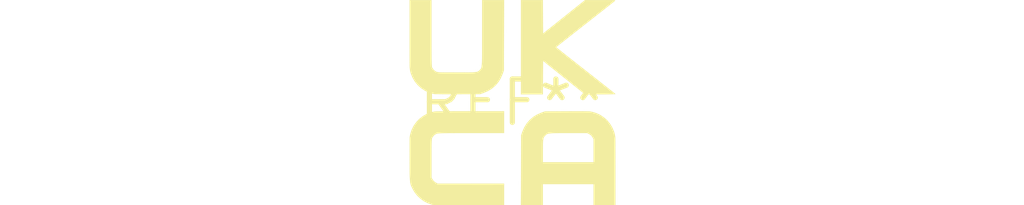
<source format=kicad_pcb>
(kicad_pcb (version 20240108) (generator pcbnew)
  (layers (0 "F.Cu" signal) (31 "B.Cu" signal) (34 "B.Paste" user) (35 "F.Paste" user) (36 "B.SilkS" user "B.Silkscreen") (37 "F.SilkS" user "F.Silkscreen") (38 "B.Mask" user) (39 "F.Mask" user) (44 "Edge.Cuts" user))
  (net 0 "")
  (footprint "UKCA-Logo_6x6mm_SilkScreen" (layer "F.Cu") (at 0 0)
    (property "Reference" "REF**")
    (property "Value" "UKCA-Logo_6x6mm_SilkScreen")
    (fp_poly (pts (xy 0.891541 -2.504019) (xy 0.894292 -2.012954) (xy 2.121958 -2.995072) (xy 2.56608 -2.995078) (xy 2.675664 -2.995002) (xy 2.765799 -2.994732) (xy 2.838199 -2.994208) (xy 2.894581 -2.99337) (xy 2.936662 -2.992157) (xy 2.966158 -2.990511) (xy 2.984784 -2.98837) (xy 2.994258 -2.985676) (xy 2.996294 -2.982367) (xy 2.994705 -2.980106) (xy 2.984385 -2.971616) (xy 2.958539 -2.950954) (xy 2.918296 -2.91901) (xy 2.864785 -2.876674) (xy 2.799135 -2.824836) (xy 2.722476 -2.764386) (xy 2.635936 -2.696215) (xy 2.540645 -2.621211) (xy 2.437732 -2.540266) (xy 2.328326 -2.45427) (xy 2.213557 -2.364112) (xy 2.12725 -2.296347) (xy 2.009597 -2.203942) (xy 1.896711 -2.115186) (xy 1.7897 -2.030956) (xy 1.689669 -1.952127) (xy 1.597726 -1.879573) (xy 1.514977 -1.814171) (xy 1.442528 -1.756795) (xy 1.381486 -1.70832) (xy 1.332959 -1.669622) (xy 1.298051 -1.641576) (xy 1.277871 -1.625057) (xy 1.273067 -1.620762) (xy 1.28091 -1.613435) (xy 1.304329 -1.593933) (xy 1.342232 -1.563122) (xy 1.393526 -1.521873) (xy 1.457119 -1.471053) (xy 1.531917 -1.41153) (xy 1.616828 -1.344173) (xy 1.710759 -1.26985) (xy 1.812618 -1.189431) (xy 1.921311 -1.103782) (xy 2.035746 -1.013772) (xy 2.133963 -0.936643) (xy 2.252463 -0.843614) (xy 2.366248 -0.754211) (xy 2.474213 -0.669306) (xy 2.575254 -0.589771) (xy 2.668267 -0.516477) (xy 2.752149 -0.450296) (xy 2.825795 -0.3921) (xy 2.888101 -0.342759) (xy 2.937964 -0.303146) (xy 2.974279 -0.274132) (xy 2.995942 -0.256588) (xy 3.001999 -0.251372) (xy 2.992854 -0.249676) (xy 2.964702 -0.248104) (xy 2.9197 -0.246694) (xy 2.86001 -0.245487) (xy 2.787788 -0.244522) (xy 2.705195 -0.243837) (xy 2.614389 -0.243473) (xy 2.564437 -0.243422) (xy 2.121958 -0.243428) (xy 0.894292 -1.225546) (xy 0.891541 -0.734482) (xy 0.888791 -0.243417) (xy 0.254 -0.243417) (xy 0.254 -2.995083) (xy 0.888791 -2.995083) (xy 0.891541 -2.504019)) (layer "F.SilkS") (stroke (width 0.01)) (fill solid))
    (fp_poly (pts (xy 2.024172 0.255391) (xy 2.092421 0.255986) (xy 2.148341 0.256965) (xy 2.193701 0.258363) (xy 2.230268 0.260213) (xy 2.259809 0.26255) (xy 2.284092 0.265407) (xy 2.304884 0.268819) (xy 2.310971 0.270009) (xy 2.438972 0.306421) (xy 2.558168 0.361166) (xy 2.666931 0.432665) (xy 2.763634 0.519338) (xy 2.846648 0.619607) (xy 2.914346 0.731891) (xy 2.9651 0.854613) (xy 2.984647 0.923651) (xy 2.988163 0.93901) (xy 2.991262 0.954846) (xy 2.993969 0.972534) (xy 2.996311 0.993444) (xy 2.998315 1.018951) (xy 3.000006 1.050427) (xy 3.001412 1.089244) (xy 3.002559 1.136776) (xy 3.003473 1.194394) (xy 3.004182 1.263472) (xy 3.004711 1.345382) (xy 3.005087 1.441497) (xy 3.005336 1.553189) (xy 3.005486 1.681832) (xy 3.005562 1.828798) (xy 3.005591 1.995459) (xy 3.005592 2.008187) (xy 3.005667 3.005667) (xy 2.370667 3.005667) (xy 2.370667 2.38125) (xy 0.889 2.38125) (xy 0.889 3.005667) (xy 0.253395 3.005667) (xy 0.256343 1.981729) (xy 0.257998 1.406964) (xy 0.889 1.406964) (xy 0.889 1.74625) (xy 2.370667 1.74625) (xy 2.370667 1.062688) (xy 2.336271 1.005408) (xy 2.307253 0.964459) (xy 2.273939 0.935437) (xy 2.245104 0.918564) (xy 2.188333 0.889) (xy 1.63127 0.889232) (xy 1.503185 0.889284) (xy 1.394469 0.889456) (xy 1.303326 0.889949) (xy 1.22796 0.890964) (xy 1.166573 0.892699) (xy 1.11737 0.895355) (xy 1.078552 0.899132) (xy 1.048325 0.904229) (xy 1.02489 0.910848) (xy 1.006451 0.919188) (xy 0.991212 0.929448) (xy 0.977376 0.941829) (xy 0.963146 0.956532) (xy 0.955682 0.964437) (xy 0.938112 0.98359) (xy 0.923934 1.001809) (xy 0.912784 1.021537) (xy 0.904299 1.045214) (xy 0.898115 1.075284) (xy 0.893869 1.114186) (xy 0.891198 1.164364) (xy 0.889738 1.228258) (xy 0.889127 1.308311) (xy 0.889 1.406964) (xy 0.257998 1.406964) (xy 0.259292 0.957792) (xy 0.294131 0.85725) (xy 0.349669 0.727462) (xy 0.42137 0.611181) (xy 0.508569 0.509069) (xy 0.610603 0.42179) (xy 0.726812 0.350006) (xy 0.85653 0.29438) (xy 0.85725 0.294131) (xy 0.957792 0.259292) (xy 1.592546 0.256173) (xy 1.727782 0.255571) (xy 1.84362 0.255218) (xy 1.941827 0.255146) (xy 2.024172 0.255391)) (layer "F.SilkS") (stroke (width 0.01)) (fill solid))
    (fp_poly (pts (xy -2.360083 -2.026287) (xy -2.360077 -1.861227) (xy -2.360037 -1.715999) (xy -2.359935 -1.589267) (xy -2.359742 -1.479698) (xy -2.359428 -1.385956) (xy -2.358965 -1.306705) (xy -2.358324 -1.240613) (xy -2.357475 -1.186342) (xy -2.356389 -1.142559) (xy -2.355037 -1.107929) (xy -2.35339 -1.081116) (xy -2.35142 -1.060786) (xy -2.349096 -1.045604) (xy -2.34639 -1.034235) (xy -2.343272 -1.025345) (xy -2.339714 -1.017597) (xy -2.33802 -1.014242) (xy -2.297479 -0.955355) (xy -2.242928 -0.911783) (xy -2.217208 -0.898382) (xy -2.20669 -0.894057) (xy -2.194281 -0.890421) (xy -2.178167 -0.887413) (xy -2.156533 -0.884976) (xy -2.127562 -0.883049) (xy -2.08944 -0.881573) (xy -2.040353 -0.88049) (xy -1.978484 -0.87974) (xy -1.902019 -0.879264) (xy -1.809143 -0.879002) (xy -1.698039 -0.878895) (xy -1.61925 -0.878882) (xy -1.491331 -0.87888) (xy -1.382779 -0.879008) (xy -1.291795 -0.879466) (xy -1.216579 -0.880454) (xy -1.155332 -0.882172) (xy -1.106255 -0.88482) (xy -1.067548 -0.888599) (xy -1.037411 -0.893708) (xy -1.014047 -0.900347) (xy -0.995654 -0.908717) (xy -0.980434 -0.919019) (xy -0.966587 -0.93145) (xy -0.952314 -0.946213) (xy -0.945099 -0.953854) (xy -0.93395 -0.965291) (xy -0.924116 -0.975544) (xy -0.915513 -0.985941) (xy -0.90806 -0.99781) (xy -0.901674 -1.012478) (xy -0.896273 -1.031274) (xy -0.891776 -1.055525) (xy -0.8881 -1.08656) (xy -0.885162 -1.125706) (xy -0.882881 -1.174291) (xy -0.881175 -1.233644) (xy -0.879961 -1.305091) (xy -0.879157 -1.389962) (xy -0.878681 -1.489584) (xy -0.878452 -1.605285) (xy -0.878385 -1.738393) (xy -0.878401 -1.890235) (xy -0.878417 -2.03166) (xy -0.878417 -2.995083) (xy -0.242812 -2.995083) (xy -0.24576 -1.971146) (xy -0.248708 -0.947208) (xy -0.283645 -0.846667) (xy -0.339297 -0.716128) (xy -0.41042 -0.600014) (xy -0.496788 -0.498552) (xy -0.598174 -0.411968) (xy -0.71435 -0.34049) (xy -0.845089 -0.284344) (xy -0.846888 -0.283715) (xy -0.947208 -0.248708) (xy -1.592792 -0.246674) (xy -1.732311 -0.24632) (xy -1.852259 -0.24622) (xy -1.954228 -0.246404) (xy -2.039814 -0.2469) (xy -2.110608 -0.247737) (xy -2.168206 -0.248944) (xy -2.2142 -0.25055) (xy -2.250186 -0.252583) (xy -2.277755 -0.255071) (xy -2.298502 -0.258045) (xy -2.305984 -0.259537) (xy -2.435304 -0.298477) (xy -2.555221 -0.355435) (xy -2.664154 -0.428867) (xy -2.760525 -0.517228) (xy -2.842755 -0.618975) (xy -2.909266 -0.732561) (xy -2.958477 -0.856444) (xy -2.974064 -0.913068) (xy -2.97758 -0.928427) (xy -2.980679 -0.944263) (xy -2.983386 -0.961951) (xy -2.985728 -0.982861) (xy -2.987732 -1.008368) (xy -2.989423 -1.039844) (xy -2.990829 -1.078661) (xy -2.991976 -1.126193) (xy -2.99289 -1.183811) (xy -2.993599 -1.252889) (xy -2.994128 -1.334799) (xy -2.994504 -1.430914) (xy -2.994753 -1.542606) (xy -2.994903 -1.671249) (xy -2.994979 -1.818215) (xy -2.995008 -1.984876) (xy -2.995009 -1.997604) (xy -2.995083 -2.995083) (xy -2.360083 -2.995083) (xy -2.360083 -2.026287)) (layer "F.SilkS") (stroke (width 0.01)) (fill solid))
    (fp_poly (pts (xy -0.243417 0.889) (xy -1.209146 0.889232) (xy -1.374377 0.889289) (xy -1.519775 0.889391) (xy -1.646675 0.889565) (xy -1.75641 0.889838) (xy -1.850314 0.890234) (xy -1.929722 0.890781) (xy -1.995967 0.891504) (xy -2.050383 0.89243) (xy -2.094304 0.893584) (xy -2.129064 0.894993) (xy -2.155998 0.896683) (xy -2.176438 0.89868) (xy -2.19172 0.90101) (xy -2.203177 0.9037) (xy -2.212143 0.906774) (xy -2.217208 0.908965) (xy -2.277909 0.94717) (xy -2.32365 0.99978) (xy -2.33802 1.024825) (xy -2.342857 1.034846) (xy -2.34693 1.045565) (xy -2.350304 1.058788) (xy -2.353045 1.076321) (xy -2.355216 1.099969) (xy -2.356885 1.131539) (xy -2.358116 1.172837) (xy -2.358974 1.225668) (xy -2.359526 1.291839) (xy -2.359835 1.373155) (xy -2.359968 1.471422) (xy -2.35999 1.588446) (xy -2.359984 1.632057) (xy -2.359885 2.196042) (xy -2.328098 2.251468) (xy -2.295506 2.296957) (xy -2.253777 2.330918) (xy -2.240885 2.338681) (xy -2.185458 2.370468) (xy -1.214438 2.370567) (xy -0.243417 2.370667) (xy -0.243417 3.005667) (xy -1.246188 3.0049) (xy -1.414806 3.004757) (xy -1.563622 3.004581) (xy -1.694002 3.004347) (xy -1.807312 3.004027) (xy -1.904915 3.003595) (xy -1.988178 3.003022) (xy -2.058465 3.002283) (xy -2.117142 3.001349) (xy -2.165573 3.000194) (xy -2.205125 2.998792) (xy -2.237162 2.997114) (xy -2.26305 2.995134) (xy -2.284153 2.992824) (xy -2.301837 2.990159) (xy -2.317468 2.98711) (xy -2.332409 2.98365) (xy -2.333625 2.983353) (xy -2.457547 2.942262) (xy -2.574098 2.882528) (xy -2.680913 2.806071) (xy -2.775628 2.714815) (xy -2.855879 2.61068) (xy -2.910526 2.514364) (xy -2.926103 2.482217) (xy -2.939474 2.453871) (xy -2.950818 2.427489) (xy -2.960309 2.401232) (xy -2.968124 2.37326) (xy -2.97444 2.341736) (xy -2.979432 2.304819) (xy -2.983278 2.260673) (xy -2.986153 2.207457) (xy -2.988233 2.143334) (xy -2.989696 2.066464) (xy -2.990716 1.975009) (xy -2.991472 1.867129) (xy -2.992138 1.740988) (xy -2.992552 1.658901) (xy -2.993213 1.525813) (xy -2.993692 1.412086) (xy -2.993941 1.315917) (xy -2.993916 1.2355) (xy -2.99357 1.169032) (xy -2.992858 1.114706) (xy -2.991735 1.07072) (xy -2.990154 1.035267) (xy -2.988069 1.006545) (xy -2.985436 0.982747) (xy -2.982207 0.96207) (xy -2.978338 0.942709) (xy -2.973901 0.923359) (xy -2.933084 0.795698) (xy -2.874297 0.677708) (xy -2.799108 0.57091) (xy -2.709081 0.476825) (xy -2.605782 0.396975) (xy -2.490778 0.332882) (xy -2.365634 0.286065) (xy -2.301384 0.269957) (xy -2.285892 0.267256) (xy -2.265617 0.264874) (xy -2.23927 0.262791) (xy -2.205559 0.260988) (xy -2.163195 0.259447) (xy -2.110888 0.258148) (xy -2.047346 0.257071) (xy -1.971281 0.256199) (xy -1.881402 0.255511) (xy -1.776418 0.254989) (xy -1.65504 0.254614) (xy -1.515976 0.254366) (xy -1.357938 0.254227) (xy -1.235604 0.254184) (xy -0.243417 0.254) (xy -0.243417 0.889)) (layer "F.SilkS") (stroke (width 0.01)) (fill solid))
  )
)
</source>
